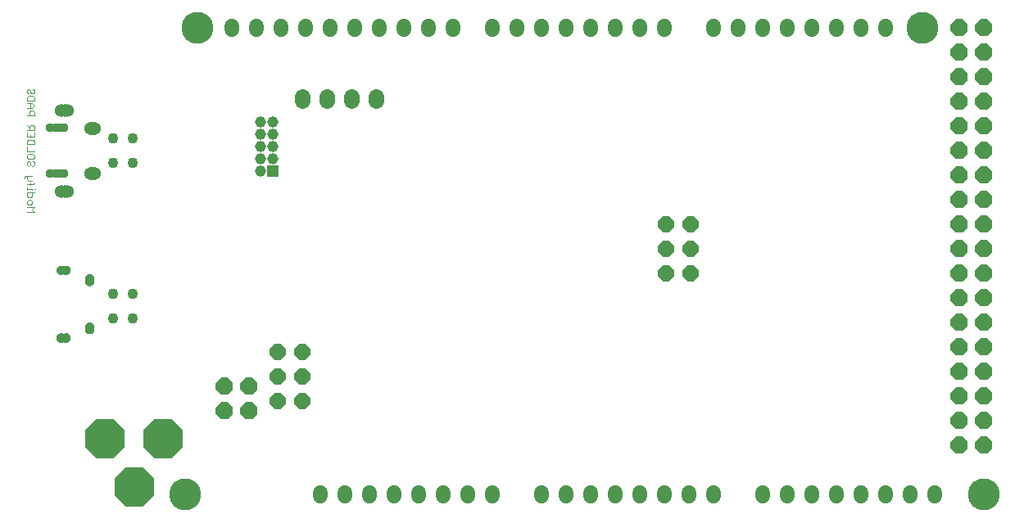
<source format=gbs>
G04 EAGLE Gerber RS-274X export*
G75*
%MOMM*%
%FSLAX34Y34*%
%LPD*%
%INBottom Solder Mask*%
%IPPOS*%
%AMOC8*
5,1,8,0,0,1.08239X$1,22.5*%
G01*
%ADD10C,3.301600*%
%ADD11P,1.787675X8X292.500000*%
%ADD12C,1.524000*%
%ADD13P,4.439531X8X202.500000*%
%ADD14P,4.439531X8X112.500000*%
%ADD15C,2.051600*%
%ADD16P,1.924489X8X292.500000*%
%ADD17C,1.358800*%
%ADD18C,1.371600*%
%ADD19C,0.076200*%
%ADD20C,0.951600*%
%ADD21P,1.787675X8X112.500000*%
%ADD22P,1.924489X8X202.500000*%
%ADD23R,1.158800X1.158800*%
%ADD24C,1.158800*%
%ADD25C,0.475000*%
%ADD26C,1.601600*%
%ADD27C,1.101600*%


D10*
X965200Y25400D03*
X152400Y508000D03*
X901700Y508000D03*
X139700Y25400D03*
D11*
X636270Y304800D03*
X661670Y304800D03*
X636270Y279400D03*
X661670Y279400D03*
X636270Y254000D03*
X661670Y254000D03*
D12*
X635000Y506222D02*
X635000Y509778D01*
X609600Y509778D02*
X609600Y506222D01*
X584200Y506222D02*
X584200Y509778D01*
X558800Y509778D02*
X558800Y506222D01*
X533400Y506222D02*
X533400Y509778D01*
X508000Y509778D02*
X508000Y506222D01*
X482600Y506222D02*
X482600Y509778D01*
X457200Y509778D02*
X457200Y506222D01*
X416560Y506222D02*
X416560Y509778D01*
X391160Y509778D02*
X391160Y506222D01*
X365760Y506222D02*
X365760Y509778D01*
X340360Y509778D02*
X340360Y506222D01*
X314960Y506222D02*
X314960Y509778D01*
X289560Y509778D02*
X289560Y506222D01*
X264160Y506222D02*
X264160Y509778D01*
X238760Y509778D02*
X238760Y506222D01*
X213360Y506222D02*
X213360Y509778D01*
X187960Y509778D02*
X187960Y506222D01*
D13*
X86868Y33020D03*
D14*
X116840Y83058D03*
X56896Y83058D03*
D15*
X94488Y33020D03*
X79248Y33020D03*
X56896Y75438D03*
X56896Y90678D03*
X116840Y75438D03*
X116840Y90678D03*
D12*
X279400Y27178D02*
X279400Y23622D01*
X304800Y23622D02*
X304800Y27178D01*
X330200Y27178D02*
X330200Y23622D01*
X355600Y23622D02*
X355600Y27178D01*
X381000Y27178D02*
X381000Y23622D01*
X406400Y23622D02*
X406400Y27178D01*
X431800Y27178D02*
X431800Y23622D01*
X457200Y23622D02*
X457200Y27178D01*
X508000Y27178D02*
X508000Y23622D01*
X533400Y23622D02*
X533400Y27178D01*
X558800Y27178D02*
X558800Y23622D01*
X584200Y23622D02*
X584200Y27178D01*
X609600Y27178D02*
X609600Y23622D01*
X635000Y23622D02*
X635000Y27178D01*
X660400Y27178D02*
X660400Y23622D01*
X685800Y23622D02*
X685800Y27178D01*
X685800Y506222D02*
X685800Y509778D01*
X711200Y509778D02*
X711200Y506222D01*
X736600Y506222D02*
X736600Y509778D01*
X762000Y509778D02*
X762000Y506222D01*
X787400Y506222D02*
X787400Y509778D01*
X812800Y509778D02*
X812800Y506222D01*
X838200Y506222D02*
X838200Y509778D01*
X863600Y509778D02*
X863600Y506222D01*
X736600Y27178D02*
X736600Y23622D01*
X762000Y23622D02*
X762000Y27178D01*
X787400Y27178D02*
X787400Y23622D01*
X812800Y23622D02*
X812800Y27178D01*
X838200Y27178D02*
X838200Y23622D01*
X863600Y23622D02*
X863600Y27178D01*
X889000Y27178D02*
X889000Y23622D01*
X914400Y23622D02*
X914400Y27178D01*
D16*
X939800Y508000D03*
X965200Y508000D03*
X939800Y482600D03*
X965200Y482600D03*
X939800Y457200D03*
X965200Y457200D03*
X939800Y431800D03*
X965200Y431800D03*
X939800Y406400D03*
X965200Y406400D03*
X939800Y381000D03*
X965200Y381000D03*
X939800Y355600D03*
X965200Y355600D03*
X939800Y330200D03*
X965200Y330200D03*
X939800Y304800D03*
X965200Y304800D03*
X939800Y279400D03*
X965200Y279400D03*
X939800Y254000D03*
X965200Y254000D03*
X939800Y228600D03*
X965200Y228600D03*
X939800Y203200D03*
X965200Y203200D03*
X939800Y177800D03*
X965200Y177800D03*
X939800Y152400D03*
X965200Y152400D03*
X939800Y127000D03*
X965200Y127000D03*
X939800Y101600D03*
X965200Y101600D03*
X939800Y76200D03*
X965200Y76200D03*
D17*
X17526Y422750D03*
X14732Y422750D03*
X11938Y422750D03*
X17526Y339250D03*
X14732Y339250D03*
X11938Y339250D03*
D18*
X45470Y404500D03*
X42470Y404500D03*
X45470Y357500D03*
X42470Y357500D03*
D19*
X-16377Y317881D02*
X-23749Y317881D01*
X-18834Y320338D02*
X-16377Y317881D01*
X-18834Y320338D02*
X-16377Y322796D01*
X-23749Y322796D01*
X-23749Y326594D02*
X-23749Y329051D01*
X-22520Y330280D01*
X-20063Y330280D01*
X-18834Y329051D01*
X-18834Y326594D01*
X-20063Y325365D01*
X-22520Y325365D01*
X-23749Y326594D01*
X-23749Y337764D02*
X-16377Y337764D01*
X-23749Y337764D02*
X-23749Y334078D01*
X-22520Y332849D01*
X-20063Y332849D01*
X-18834Y334078D01*
X-18834Y337764D01*
X-18834Y340333D02*
X-18834Y341562D01*
X-23749Y341562D01*
X-23749Y340333D02*
X-23749Y342791D01*
X-16377Y341562D02*
X-15148Y341562D01*
X-17605Y346552D02*
X-23749Y346552D01*
X-17605Y346552D02*
X-16377Y347780D01*
X-20063Y347780D02*
X-20063Y345323D01*
X-18834Y350312D02*
X-22520Y350312D01*
X-23749Y351541D01*
X-23749Y355227D01*
X-24978Y355227D02*
X-18834Y355227D01*
X-24978Y355227D02*
X-26206Y353998D01*
X-26206Y352770D01*
X-16377Y368967D02*
X-17605Y370196D01*
X-16377Y368967D02*
X-16377Y366509D01*
X-17605Y365281D01*
X-18834Y365281D01*
X-20063Y366509D01*
X-20063Y368967D01*
X-21292Y370196D01*
X-22520Y370196D01*
X-23749Y368967D01*
X-23749Y366509D01*
X-22520Y365281D01*
X-16377Y373994D02*
X-16377Y376451D01*
X-16377Y373994D02*
X-17605Y372765D01*
X-22520Y372765D01*
X-23749Y373994D01*
X-23749Y376451D01*
X-22520Y377680D01*
X-17605Y377680D01*
X-16377Y376451D01*
X-16377Y380249D02*
X-23749Y380249D01*
X-23749Y385164D01*
X-23749Y387733D02*
X-16377Y387733D01*
X-23749Y387733D02*
X-23749Y391419D01*
X-22520Y392648D01*
X-17605Y392648D01*
X-16377Y391419D01*
X-16377Y387733D01*
X-16377Y395217D02*
X-16377Y400132D01*
X-16377Y395217D02*
X-23749Y395217D01*
X-23749Y400132D01*
X-20063Y397675D02*
X-20063Y395217D01*
X-23749Y402701D02*
X-16377Y402701D01*
X-16377Y406388D01*
X-17605Y407616D01*
X-20063Y407616D01*
X-21292Y406388D01*
X-21292Y402701D01*
X-21292Y405159D02*
X-23749Y407616D01*
X-23749Y417670D02*
X-16377Y417670D01*
X-16377Y421356D01*
X-17605Y422585D01*
X-20063Y422585D01*
X-21292Y421356D01*
X-21292Y417670D01*
X-23749Y425154D02*
X-18834Y425154D01*
X-16377Y427611D01*
X-18834Y430069D01*
X-23749Y430069D01*
X-20063Y430069D02*
X-20063Y425154D01*
X-16377Y432638D02*
X-23749Y432638D01*
X-23749Y436324D01*
X-22520Y437553D01*
X-17605Y437553D01*
X-16377Y436324D01*
X-16377Y432638D01*
X-16377Y443808D02*
X-17605Y445037D01*
X-16377Y443808D02*
X-16377Y441351D01*
X-17605Y440122D01*
X-18834Y440122D01*
X-20063Y441351D01*
X-20063Y443808D01*
X-21292Y445037D01*
X-22520Y445037D01*
X-23749Y443808D01*
X-23749Y441351D01*
X-22520Y440122D01*
D20*
X13970Y404750D03*
X13970Y357250D03*
X-30Y404750D03*
X-30Y357250D03*
X9970Y404750D03*
X9970Y357250D03*
X5970Y357250D03*
X5970Y404750D03*
D21*
X260588Y121920D03*
X235188Y121920D03*
X260588Y147320D03*
X235188Y147320D03*
X260588Y172720D03*
X235188Y172720D03*
D22*
X205756Y137668D03*
X205756Y112268D03*
X180356Y137668D03*
X180356Y112268D03*
D23*
X229870Y359664D03*
D24*
X217170Y359664D03*
X229870Y372364D03*
X217170Y372364D03*
X229870Y385064D03*
X217170Y385064D03*
X229870Y397764D03*
X217170Y397764D03*
X229870Y410464D03*
X217170Y410464D03*
D25*
X38519Y248412D02*
X38521Y248509D01*
X38527Y248606D01*
X38537Y248702D01*
X38551Y248798D01*
X38568Y248893D01*
X38590Y248988D01*
X38615Y249081D01*
X38644Y249174D01*
X38677Y249265D01*
X38714Y249354D01*
X38754Y249442D01*
X38798Y249529D01*
X38845Y249613D01*
X38896Y249696D01*
X38950Y249776D01*
X39007Y249855D01*
X39068Y249930D01*
X39131Y250004D01*
X39198Y250074D01*
X39267Y250142D01*
X39339Y250207D01*
X39413Y250269D01*
X39490Y250328D01*
X39569Y250383D01*
X39651Y250436D01*
X39735Y250485D01*
X39820Y250530D01*
X39907Y250572D01*
X39996Y250611D01*
X40087Y250646D01*
X40179Y250677D01*
X40272Y250704D01*
X40366Y250727D01*
X40460Y250747D01*
X40556Y250763D01*
X40652Y250775D01*
X40749Y250783D01*
X40846Y250787D01*
X40942Y250787D01*
X41039Y250783D01*
X41136Y250775D01*
X41232Y250763D01*
X41328Y250747D01*
X41422Y250727D01*
X41516Y250704D01*
X41609Y250677D01*
X41701Y250646D01*
X41792Y250611D01*
X41881Y250572D01*
X41968Y250530D01*
X42053Y250485D01*
X42137Y250436D01*
X42219Y250383D01*
X42298Y250328D01*
X42375Y250269D01*
X42449Y250207D01*
X42521Y250142D01*
X42590Y250074D01*
X42657Y250004D01*
X42720Y249930D01*
X42781Y249855D01*
X42838Y249776D01*
X42892Y249696D01*
X42943Y249613D01*
X42990Y249529D01*
X43034Y249442D01*
X43074Y249354D01*
X43111Y249265D01*
X43144Y249174D01*
X43173Y249081D01*
X43198Y248988D01*
X43220Y248893D01*
X43237Y248798D01*
X43251Y248702D01*
X43261Y248606D01*
X43267Y248509D01*
X43269Y248412D01*
X43267Y248315D01*
X43261Y248218D01*
X43251Y248122D01*
X43237Y248026D01*
X43220Y247931D01*
X43198Y247836D01*
X43173Y247743D01*
X43144Y247650D01*
X43111Y247559D01*
X43074Y247470D01*
X43034Y247382D01*
X42990Y247295D01*
X42943Y247211D01*
X42892Y247128D01*
X42838Y247048D01*
X42781Y246969D01*
X42720Y246894D01*
X42657Y246820D01*
X42590Y246750D01*
X42521Y246682D01*
X42449Y246617D01*
X42375Y246555D01*
X42298Y246496D01*
X42219Y246441D01*
X42137Y246388D01*
X42053Y246339D01*
X41968Y246294D01*
X41881Y246252D01*
X41792Y246213D01*
X41701Y246178D01*
X41609Y246147D01*
X41516Y246120D01*
X41422Y246097D01*
X41328Y246077D01*
X41232Y246061D01*
X41136Y246049D01*
X41039Y246041D01*
X40942Y246037D01*
X40846Y246037D01*
X40749Y246041D01*
X40652Y246049D01*
X40556Y246061D01*
X40460Y246077D01*
X40366Y246097D01*
X40272Y246120D01*
X40179Y246147D01*
X40087Y246178D01*
X39996Y246213D01*
X39907Y246252D01*
X39820Y246294D01*
X39735Y246339D01*
X39651Y246388D01*
X39569Y246441D01*
X39490Y246496D01*
X39413Y246555D01*
X39339Y246617D01*
X39267Y246682D01*
X39198Y246750D01*
X39131Y246820D01*
X39068Y246894D01*
X39007Y246969D01*
X38950Y247048D01*
X38896Y247128D01*
X38845Y247211D01*
X38798Y247295D01*
X38754Y247382D01*
X38714Y247470D01*
X38677Y247559D01*
X38644Y247650D01*
X38615Y247743D01*
X38590Y247836D01*
X38568Y247931D01*
X38551Y248026D01*
X38537Y248122D01*
X38527Y248218D01*
X38521Y248315D01*
X38519Y248412D01*
X38519Y245872D02*
X38521Y245969D01*
X38527Y246066D01*
X38537Y246162D01*
X38551Y246258D01*
X38568Y246353D01*
X38590Y246448D01*
X38615Y246541D01*
X38644Y246634D01*
X38677Y246725D01*
X38714Y246814D01*
X38754Y246902D01*
X38798Y246989D01*
X38845Y247073D01*
X38896Y247156D01*
X38950Y247236D01*
X39007Y247315D01*
X39068Y247390D01*
X39131Y247464D01*
X39198Y247534D01*
X39267Y247602D01*
X39339Y247667D01*
X39413Y247729D01*
X39490Y247788D01*
X39569Y247843D01*
X39651Y247896D01*
X39735Y247945D01*
X39820Y247990D01*
X39907Y248032D01*
X39996Y248071D01*
X40087Y248106D01*
X40179Y248137D01*
X40272Y248164D01*
X40366Y248187D01*
X40460Y248207D01*
X40556Y248223D01*
X40652Y248235D01*
X40749Y248243D01*
X40846Y248247D01*
X40942Y248247D01*
X41039Y248243D01*
X41136Y248235D01*
X41232Y248223D01*
X41328Y248207D01*
X41422Y248187D01*
X41516Y248164D01*
X41609Y248137D01*
X41701Y248106D01*
X41792Y248071D01*
X41881Y248032D01*
X41968Y247990D01*
X42053Y247945D01*
X42137Y247896D01*
X42219Y247843D01*
X42298Y247788D01*
X42375Y247729D01*
X42449Y247667D01*
X42521Y247602D01*
X42590Y247534D01*
X42657Y247464D01*
X42720Y247390D01*
X42781Y247315D01*
X42838Y247236D01*
X42892Y247156D01*
X42943Y247073D01*
X42990Y246989D01*
X43034Y246902D01*
X43074Y246814D01*
X43111Y246725D01*
X43144Y246634D01*
X43173Y246541D01*
X43198Y246448D01*
X43220Y246353D01*
X43237Y246258D01*
X43251Y246162D01*
X43261Y246066D01*
X43267Y245969D01*
X43269Y245872D01*
X43267Y245775D01*
X43261Y245678D01*
X43251Y245582D01*
X43237Y245486D01*
X43220Y245391D01*
X43198Y245296D01*
X43173Y245203D01*
X43144Y245110D01*
X43111Y245019D01*
X43074Y244930D01*
X43034Y244842D01*
X42990Y244755D01*
X42943Y244671D01*
X42892Y244588D01*
X42838Y244508D01*
X42781Y244429D01*
X42720Y244354D01*
X42657Y244280D01*
X42590Y244210D01*
X42521Y244142D01*
X42449Y244077D01*
X42375Y244015D01*
X42298Y243956D01*
X42219Y243901D01*
X42137Y243848D01*
X42053Y243799D01*
X41968Y243754D01*
X41881Y243712D01*
X41792Y243673D01*
X41701Y243638D01*
X41609Y243607D01*
X41516Y243580D01*
X41422Y243557D01*
X41328Y243537D01*
X41232Y243521D01*
X41136Y243509D01*
X41039Y243501D01*
X40942Y243497D01*
X40846Y243497D01*
X40749Y243501D01*
X40652Y243509D01*
X40556Y243521D01*
X40460Y243537D01*
X40366Y243557D01*
X40272Y243580D01*
X40179Y243607D01*
X40087Y243638D01*
X39996Y243673D01*
X39907Y243712D01*
X39820Y243754D01*
X39735Y243799D01*
X39651Y243848D01*
X39569Y243901D01*
X39490Y243956D01*
X39413Y244015D01*
X39339Y244077D01*
X39267Y244142D01*
X39198Y244210D01*
X39131Y244280D01*
X39068Y244354D01*
X39007Y244429D01*
X38950Y244508D01*
X38896Y244588D01*
X38845Y244671D01*
X38798Y244755D01*
X38754Y244842D01*
X38714Y244930D01*
X38677Y245019D01*
X38644Y245110D01*
X38615Y245203D01*
X38590Y245296D01*
X38568Y245391D01*
X38551Y245486D01*
X38537Y245582D01*
X38527Y245678D01*
X38521Y245775D01*
X38519Y245872D01*
X38519Y198628D02*
X38521Y198725D01*
X38527Y198822D01*
X38537Y198918D01*
X38551Y199014D01*
X38568Y199109D01*
X38590Y199204D01*
X38615Y199297D01*
X38644Y199390D01*
X38677Y199481D01*
X38714Y199570D01*
X38754Y199658D01*
X38798Y199745D01*
X38845Y199829D01*
X38896Y199912D01*
X38950Y199992D01*
X39007Y200071D01*
X39068Y200146D01*
X39131Y200220D01*
X39198Y200290D01*
X39267Y200358D01*
X39339Y200423D01*
X39413Y200485D01*
X39490Y200544D01*
X39569Y200599D01*
X39651Y200652D01*
X39735Y200701D01*
X39820Y200746D01*
X39907Y200788D01*
X39996Y200827D01*
X40087Y200862D01*
X40179Y200893D01*
X40272Y200920D01*
X40366Y200943D01*
X40460Y200963D01*
X40556Y200979D01*
X40652Y200991D01*
X40749Y200999D01*
X40846Y201003D01*
X40942Y201003D01*
X41039Y200999D01*
X41136Y200991D01*
X41232Y200979D01*
X41328Y200963D01*
X41422Y200943D01*
X41516Y200920D01*
X41609Y200893D01*
X41701Y200862D01*
X41792Y200827D01*
X41881Y200788D01*
X41968Y200746D01*
X42053Y200701D01*
X42137Y200652D01*
X42219Y200599D01*
X42298Y200544D01*
X42375Y200485D01*
X42449Y200423D01*
X42521Y200358D01*
X42590Y200290D01*
X42657Y200220D01*
X42720Y200146D01*
X42781Y200071D01*
X42838Y199992D01*
X42892Y199912D01*
X42943Y199829D01*
X42990Y199745D01*
X43034Y199658D01*
X43074Y199570D01*
X43111Y199481D01*
X43144Y199390D01*
X43173Y199297D01*
X43198Y199204D01*
X43220Y199109D01*
X43237Y199014D01*
X43251Y198918D01*
X43261Y198822D01*
X43267Y198725D01*
X43269Y198628D01*
X43267Y198531D01*
X43261Y198434D01*
X43251Y198338D01*
X43237Y198242D01*
X43220Y198147D01*
X43198Y198052D01*
X43173Y197959D01*
X43144Y197866D01*
X43111Y197775D01*
X43074Y197686D01*
X43034Y197598D01*
X42990Y197511D01*
X42943Y197427D01*
X42892Y197344D01*
X42838Y197264D01*
X42781Y197185D01*
X42720Y197110D01*
X42657Y197036D01*
X42590Y196966D01*
X42521Y196898D01*
X42449Y196833D01*
X42375Y196771D01*
X42298Y196712D01*
X42219Y196657D01*
X42137Y196604D01*
X42053Y196555D01*
X41968Y196510D01*
X41881Y196468D01*
X41792Y196429D01*
X41701Y196394D01*
X41609Y196363D01*
X41516Y196336D01*
X41422Y196313D01*
X41328Y196293D01*
X41232Y196277D01*
X41136Y196265D01*
X41039Y196257D01*
X40942Y196253D01*
X40846Y196253D01*
X40749Y196257D01*
X40652Y196265D01*
X40556Y196277D01*
X40460Y196293D01*
X40366Y196313D01*
X40272Y196336D01*
X40179Y196363D01*
X40087Y196394D01*
X39996Y196429D01*
X39907Y196468D01*
X39820Y196510D01*
X39735Y196555D01*
X39651Y196604D01*
X39569Y196657D01*
X39490Y196712D01*
X39413Y196771D01*
X39339Y196833D01*
X39267Y196898D01*
X39198Y196966D01*
X39131Y197036D01*
X39068Y197110D01*
X39007Y197185D01*
X38950Y197264D01*
X38896Y197344D01*
X38845Y197427D01*
X38798Y197511D01*
X38754Y197598D01*
X38714Y197686D01*
X38677Y197775D01*
X38644Y197866D01*
X38615Y197959D01*
X38590Y198052D01*
X38568Y198147D01*
X38551Y198242D01*
X38537Y198338D01*
X38527Y198434D01*
X38521Y198531D01*
X38519Y198628D01*
X38519Y196088D02*
X38521Y196185D01*
X38527Y196282D01*
X38537Y196378D01*
X38551Y196474D01*
X38568Y196569D01*
X38590Y196664D01*
X38615Y196757D01*
X38644Y196850D01*
X38677Y196941D01*
X38714Y197030D01*
X38754Y197118D01*
X38798Y197205D01*
X38845Y197289D01*
X38896Y197372D01*
X38950Y197452D01*
X39007Y197531D01*
X39068Y197606D01*
X39131Y197680D01*
X39198Y197750D01*
X39267Y197818D01*
X39339Y197883D01*
X39413Y197945D01*
X39490Y198004D01*
X39569Y198059D01*
X39651Y198112D01*
X39735Y198161D01*
X39820Y198206D01*
X39907Y198248D01*
X39996Y198287D01*
X40087Y198322D01*
X40179Y198353D01*
X40272Y198380D01*
X40366Y198403D01*
X40460Y198423D01*
X40556Y198439D01*
X40652Y198451D01*
X40749Y198459D01*
X40846Y198463D01*
X40942Y198463D01*
X41039Y198459D01*
X41136Y198451D01*
X41232Y198439D01*
X41328Y198423D01*
X41422Y198403D01*
X41516Y198380D01*
X41609Y198353D01*
X41701Y198322D01*
X41792Y198287D01*
X41881Y198248D01*
X41968Y198206D01*
X42053Y198161D01*
X42137Y198112D01*
X42219Y198059D01*
X42298Y198004D01*
X42375Y197945D01*
X42449Y197883D01*
X42521Y197818D01*
X42590Y197750D01*
X42657Y197680D01*
X42720Y197606D01*
X42781Y197531D01*
X42838Y197452D01*
X42892Y197372D01*
X42943Y197289D01*
X42990Y197205D01*
X43034Y197118D01*
X43074Y197030D01*
X43111Y196941D01*
X43144Y196850D01*
X43173Y196757D01*
X43198Y196664D01*
X43220Y196569D01*
X43237Y196474D01*
X43251Y196378D01*
X43261Y196282D01*
X43267Y196185D01*
X43269Y196088D01*
X43267Y195991D01*
X43261Y195894D01*
X43251Y195798D01*
X43237Y195702D01*
X43220Y195607D01*
X43198Y195512D01*
X43173Y195419D01*
X43144Y195326D01*
X43111Y195235D01*
X43074Y195146D01*
X43034Y195058D01*
X42990Y194971D01*
X42943Y194887D01*
X42892Y194804D01*
X42838Y194724D01*
X42781Y194645D01*
X42720Y194570D01*
X42657Y194496D01*
X42590Y194426D01*
X42521Y194358D01*
X42449Y194293D01*
X42375Y194231D01*
X42298Y194172D01*
X42219Y194117D01*
X42137Y194064D01*
X42053Y194015D01*
X41968Y193970D01*
X41881Y193928D01*
X41792Y193889D01*
X41701Y193854D01*
X41609Y193823D01*
X41516Y193796D01*
X41422Y193773D01*
X41328Y193753D01*
X41232Y193737D01*
X41136Y193725D01*
X41039Y193717D01*
X40942Y193713D01*
X40846Y193713D01*
X40749Y193717D01*
X40652Y193725D01*
X40556Y193737D01*
X40460Y193753D01*
X40366Y193773D01*
X40272Y193796D01*
X40179Y193823D01*
X40087Y193854D01*
X39996Y193889D01*
X39907Y193928D01*
X39820Y193970D01*
X39735Y194015D01*
X39651Y194064D01*
X39569Y194117D01*
X39490Y194172D01*
X39413Y194231D01*
X39339Y194293D01*
X39267Y194358D01*
X39198Y194426D01*
X39131Y194496D01*
X39068Y194570D01*
X39007Y194645D01*
X38950Y194724D01*
X38896Y194804D01*
X38845Y194887D01*
X38798Y194971D01*
X38754Y195058D01*
X38714Y195146D01*
X38677Y195235D01*
X38644Y195326D01*
X38615Y195419D01*
X38590Y195512D01*
X38568Y195607D01*
X38551Y195702D01*
X38537Y195798D01*
X38527Y195894D01*
X38521Y195991D01*
X38519Y196088D01*
X9055Y257302D02*
X9057Y257399D01*
X9063Y257496D01*
X9073Y257592D01*
X9087Y257688D01*
X9104Y257783D01*
X9126Y257878D01*
X9151Y257971D01*
X9180Y258064D01*
X9213Y258155D01*
X9250Y258244D01*
X9290Y258332D01*
X9334Y258419D01*
X9381Y258503D01*
X9432Y258586D01*
X9486Y258666D01*
X9543Y258745D01*
X9604Y258820D01*
X9667Y258894D01*
X9734Y258964D01*
X9803Y259032D01*
X9875Y259097D01*
X9949Y259159D01*
X10026Y259218D01*
X10105Y259273D01*
X10187Y259326D01*
X10271Y259375D01*
X10356Y259420D01*
X10443Y259462D01*
X10532Y259501D01*
X10623Y259536D01*
X10715Y259567D01*
X10808Y259594D01*
X10902Y259617D01*
X10996Y259637D01*
X11092Y259653D01*
X11188Y259665D01*
X11285Y259673D01*
X11382Y259677D01*
X11478Y259677D01*
X11575Y259673D01*
X11672Y259665D01*
X11768Y259653D01*
X11864Y259637D01*
X11958Y259617D01*
X12052Y259594D01*
X12145Y259567D01*
X12237Y259536D01*
X12328Y259501D01*
X12417Y259462D01*
X12504Y259420D01*
X12589Y259375D01*
X12673Y259326D01*
X12755Y259273D01*
X12834Y259218D01*
X12911Y259159D01*
X12985Y259097D01*
X13057Y259032D01*
X13126Y258964D01*
X13193Y258894D01*
X13256Y258820D01*
X13317Y258745D01*
X13374Y258666D01*
X13428Y258586D01*
X13479Y258503D01*
X13526Y258419D01*
X13570Y258332D01*
X13610Y258244D01*
X13647Y258155D01*
X13680Y258064D01*
X13709Y257971D01*
X13734Y257878D01*
X13756Y257783D01*
X13773Y257688D01*
X13787Y257592D01*
X13797Y257496D01*
X13803Y257399D01*
X13805Y257302D01*
X13803Y257205D01*
X13797Y257108D01*
X13787Y257012D01*
X13773Y256916D01*
X13756Y256821D01*
X13734Y256726D01*
X13709Y256633D01*
X13680Y256540D01*
X13647Y256449D01*
X13610Y256360D01*
X13570Y256272D01*
X13526Y256185D01*
X13479Y256101D01*
X13428Y256018D01*
X13374Y255938D01*
X13317Y255859D01*
X13256Y255784D01*
X13193Y255710D01*
X13126Y255640D01*
X13057Y255572D01*
X12985Y255507D01*
X12911Y255445D01*
X12834Y255386D01*
X12755Y255331D01*
X12673Y255278D01*
X12589Y255229D01*
X12504Y255184D01*
X12417Y255142D01*
X12328Y255103D01*
X12237Y255068D01*
X12145Y255037D01*
X12052Y255010D01*
X11958Y254987D01*
X11864Y254967D01*
X11768Y254951D01*
X11672Y254939D01*
X11575Y254931D01*
X11478Y254927D01*
X11382Y254927D01*
X11285Y254931D01*
X11188Y254939D01*
X11092Y254951D01*
X10996Y254967D01*
X10902Y254987D01*
X10808Y255010D01*
X10715Y255037D01*
X10623Y255068D01*
X10532Y255103D01*
X10443Y255142D01*
X10356Y255184D01*
X10271Y255229D01*
X10187Y255278D01*
X10105Y255331D01*
X10026Y255386D01*
X9949Y255445D01*
X9875Y255507D01*
X9803Y255572D01*
X9734Y255640D01*
X9667Y255710D01*
X9604Y255784D01*
X9543Y255859D01*
X9486Y255938D01*
X9432Y256018D01*
X9381Y256101D01*
X9334Y256185D01*
X9290Y256272D01*
X9250Y256360D01*
X9213Y256449D01*
X9180Y256540D01*
X9151Y256633D01*
X9126Y256726D01*
X9104Y256821D01*
X9087Y256916D01*
X9073Y257012D01*
X9063Y257108D01*
X9057Y257205D01*
X9055Y257302D01*
X14135Y257302D02*
X14137Y257399D01*
X14143Y257496D01*
X14153Y257592D01*
X14167Y257688D01*
X14184Y257783D01*
X14206Y257878D01*
X14231Y257971D01*
X14260Y258064D01*
X14293Y258155D01*
X14330Y258244D01*
X14370Y258332D01*
X14414Y258419D01*
X14461Y258503D01*
X14512Y258586D01*
X14566Y258666D01*
X14623Y258745D01*
X14684Y258820D01*
X14747Y258894D01*
X14814Y258964D01*
X14883Y259032D01*
X14955Y259097D01*
X15029Y259159D01*
X15106Y259218D01*
X15185Y259273D01*
X15267Y259326D01*
X15351Y259375D01*
X15436Y259420D01*
X15523Y259462D01*
X15612Y259501D01*
X15703Y259536D01*
X15795Y259567D01*
X15888Y259594D01*
X15982Y259617D01*
X16076Y259637D01*
X16172Y259653D01*
X16268Y259665D01*
X16365Y259673D01*
X16462Y259677D01*
X16558Y259677D01*
X16655Y259673D01*
X16752Y259665D01*
X16848Y259653D01*
X16944Y259637D01*
X17038Y259617D01*
X17132Y259594D01*
X17225Y259567D01*
X17317Y259536D01*
X17408Y259501D01*
X17497Y259462D01*
X17584Y259420D01*
X17669Y259375D01*
X17753Y259326D01*
X17835Y259273D01*
X17914Y259218D01*
X17991Y259159D01*
X18065Y259097D01*
X18137Y259032D01*
X18206Y258964D01*
X18273Y258894D01*
X18336Y258820D01*
X18397Y258745D01*
X18454Y258666D01*
X18508Y258586D01*
X18559Y258503D01*
X18606Y258419D01*
X18650Y258332D01*
X18690Y258244D01*
X18727Y258155D01*
X18760Y258064D01*
X18789Y257971D01*
X18814Y257878D01*
X18836Y257783D01*
X18853Y257688D01*
X18867Y257592D01*
X18877Y257496D01*
X18883Y257399D01*
X18885Y257302D01*
X18883Y257205D01*
X18877Y257108D01*
X18867Y257012D01*
X18853Y256916D01*
X18836Y256821D01*
X18814Y256726D01*
X18789Y256633D01*
X18760Y256540D01*
X18727Y256449D01*
X18690Y256360D01*
X18650Y256272D01*
X18606Y256185D01*
X18559Y256101D01*
X18508Y256018D01*
X18454Y255938D01*
X18397Y255859D01*
X18336Y255784D01*
X18273Y255710D01*
X18206Y255640D01*
X18137Y255572D01*
X18065Y255507D01*
X17991Y255445D01*
X17914Y255386D01*
X17835Y255331D01*
X17753Y255278D01*
X17669Y255229D01*
X17584Y255184D01*
X17497Y255142D01*
X17408Y255103D01*
X17317Y255068D01*
X17225Y255037D01*
X17132Y255010D01*
X17038Y254987D01*
X16944Y254967D01*
X16848Y254951D01*
X16752Y254939D01*
X16655Y254931D01*
X16558Y254927D01*
X16462Y254927D01*
X16365Y254931D01*
X16268Y254939D01*
X16172Y254951D01*
X16076Y254967D01*
X15982Y254987D01*
X15888Y255010D01*
X15795Y255037D01*
X15703Y255068D01*
X15612Y255103D01*
X15523Y255142D01*
X15436Y255184D01*
X15351Y255229D01*
X15267Y255278D01*
X15185Y255331D01*
X15106Y255386D01*
X15029Y255445D01*
X14955Y255507D01*
X14883Y255572D01*
X14814Y255640D01*
X14747Y255710D01*
X14684Y255784D01*
X14623Y255859D01*
X14566Y255938D01*
X14512Y256018D01*
X14461Y256101D01*
X14414Y256185D01*
X14370Y256272D01*
X14330Y256360D01*
X14293Y256449D01*
X14260Y256540D01*
X14231Y256633D01*
X14206Y256726D01*
X14184Y256821D01*
X14167Y256916D01*
X14153Y257012D01*
X14143Y257108D01*
X14137Y257205D01*
X14135Y257302D01*
X9055Y187198D02*
X9057Y187295D01*
X9063Y187392D01*
X9073Y187488D01*
X9087Y187584D01*
X9104Y187679D01*
X9126Y187774D01*
X9151Y187867D01*
X9180Y187960D01*
X9213Y188051D01*
X9250Y188140D01*
X9290Y188228D01*
X9334Y188315D01*
X9381Y188399D01*
X9432Y188482D01*
X9486Y188562D01*
X9543Y188641D01*
X9604Y188716D01*
X9667Y188790D01*
X9734Y188860D01*
X9803Y188928D01*
X9875Y188993D01*
X9949Y189055D01*
X10026Y189114D01*
X10105Y189169D01*
X10187Y189222D01*
X10271Y189271D01*
X10356Y189316D01*
X10443Y189358D01*
X10532Y189397D01*
X10623Y189432D01*
X10715Y189463D01*
X10808Y189490D01*
X10902Y189513D01*
X10996Y189533D01*
X11092Y189549D01*
X11188Y189561D01*
X11285Y189569D01*
X11382Y189573D01*
X11478Y189573D01*
X11575Y189569D01*
X11672Y189561D01*
X11768Y189549D01*
X11864Y189533D01*
X11958Y189513D01*
X12052Y189490D01*
X12145Y189463D01*
X12237Y189432D01*
X12328Y189397D01*
X12417Y189358D01*
X12504Y189316D01*
X12589Y189271D01*
X12673Y189222D01*
X12755Y189169D01*
X12834Y189114D01*
X12911Y189055D01*
X12985Y188993D01*
X13057Y188928D01*
X13126Y188860D01*
X13193Y188790D01*
X13256Y188716D01*
X13317Y188641D01*
X13374Y188562D01*
X13428Y188482D01*
X13479Y188399D01*
X13526Y188315D01*
X13570Y188228D01*
X13610Y188140D01*
X13647Y188051D01*
X13680Y187960D01*
X13709Y187867D01*
X13734Y187774D01*
X13756Y187679D01*
X13773Y187584D01*
X13787Y187488D01*
X13797Y187392D01*
X13803Y187295D01*
X13805Y187198D01*
X13803Y187101D01*
X13797Y187004D01*
X13787Y186908D01*
X13773Y186812D01*
X13756Y186717D01*
X13734Y186622D01*
X13709Y186529D01*
X13680Y186436D01*
X13647Y186345D01*
X13610Y186256D01*
X13570Y186168D01*
X13526Y186081D01*
X13479Y185997D01*
X13428Y185914D01*
X13374Y185834D01*
X13317Y185755D01*
X13256Y185680D01*
X13193Y185606D01*
X13126Y185536D01*
X13057Y185468D01*
X12985Y185403D01*
X12911Y185341D01*
X12834Y185282D01*
X12755Y185227D01*
X12673Y185174D01*
X12589Y185125D01*
X12504Y185080D01*
X12417Y185038D01*
X12328Y184999D01*
X12237Y184964D01*
X12145Y184933D01*
X12052Y184906D01*
X11958Y184883D01*
X11864Y184863D01*
X11768Y184847D01*
X11672Y184835D01*
X11575Y184827D01*
X11478Y184823D01*
X11382Y184823D01*
X11285Y184827D01*
X11188Y184835D01*
X11092Y184847D01*
X10996Y184863D01*
X10902Y184883D01*
X10808Y184906D01*
X10715Y184933D01*
X10623Y184964D01*
X10532Y184999D01*
X10443Y185038D01*
X10356Y185080D01*
X10271Y185125D01*
X10187Y185174D01*
X10105Y185227D01*
X10026Y185282D01*
X9949Y185341D01*
X9875Y185403D01*
X9803Y185468D01*
X9734Y185536D01*
X9667Y185606D01*
X9604Y185680D01*
X9543Y185755D01*
X9486Y185834D01*
X9432Y185914D01*
X9381Y185997D01*
X9334Y186081D01*
X9290Y186168D01*
X9250Y186256D01*
X9213Y186345D01*
X9180Y186436D01*
X9151Y186529D01*
X9126Y186622D01*
X9104Y186717D01*
X9087Y186812D01*
X9073Y186908D01*
X9063Y187004D01*
X9057Y187101D01*
X9055Y187198D01*
X14135Y187198D02*
X14137Y187295D01*
X14143Y187392D01*
X14153Y187488D01*
X14167Y187584D01*
X14184Y187679D01*
X14206Y187774D01*
X14231Y187867D01*
X14260Y187960D01*
X14293Y188051D01*
X14330Y188140D01*
X14370Y188228D01*
X14414Y188315D01*
X14461Y188399D01*
X14512Y188482D01*
X14566Y188562D01*
X14623Y188641D01*
X14684Y188716D01*
X14747Y188790D01*
X14814Y188860D01*
X14883Y188928D01*
X14955Y188993D01*
X15029Y189055D01*
X15106Y189114D01*
X15185Y189169D01*
X15267Y189222D01*
X15351Y189271D01*
X15436Y189316D01*
X15523Y189358D01*
X15612Y189397D01*
X15703Y189432D01*
X15795Y189463D01*
X15888Y189490D01*
X15982Y189513D01*
X16076Y189533D01*
X16172Y189549D01*
X16268Y189561D01*
X16365Y189569D01*
X16462Y189573D01*
X16558Y189573D01*
X16655Y189569D01*
X16752Y189561D01*
X16848Y189549D01*
X16944Y189533D01*
X17038Y189513D01*
X17132Y189490D01*
X17225Y189463D01*
X17317Y189432D01*
X17408Y189397D01*
X17497Y189358D01*
X17584Y189316D01*
X17669Y189271D01*
X17753Y189222D01*
X17835Y189169D01*
X17914Y189114D01*
X17991Y189055D01*
X18065Y188993D01*
X18137Y188928D01*
X18206Y188860D01*
X18273Y188790D01*
X18336Y188716D01*
X18397Y188641D01*
X18454Y188562D01*
X18508Y188482D01*
X18559Y188399D01*
X18606Y188315D01*
X18650Y188228D01*
X18690Y188140D01*
X18727Y188051D01*
X18760Y187960D01*
X18789Y187867D01*
X18814Y187774D01*
X18836Y187679D01*
X18853Y187584D01*
X18867Y187488D01*
X18877Y187392D01*
X18883Y187295D01*
X18885Y187198D01*
X18883Y187101D01*
X18877Y187004D01*
X18867Y186908D01*
X18853Y186812D01*
X18836Y186717D01*
X18814Y186622D01*
X18789Y186529D01*
X18760Y186436D01*
X18727Y186345D01*
X18690Y186256D01*
X18650Y186168D01*
X18606Y186081D01*
X18559Y185997D01*
X18508Y185914D01*
X18454Y185834D01*
X18397Y185755D01*
X18336Y185680D01*
X18273Y185606D01*
X18206Y185536D01*
X18137Y185468D01*
X18065Y185403D01*
X17991Y185341D01*
X17914Y185282D01*
X17835Y185227D01*
X17753Y185174D01*
X17669Y185125D01*
X17584Y185080D01*
X17497Y185038D01*
X17408Y184999D01*
X17317Y184964D01*
X17225Y184933D01*
X17132Y184906D01*
X17038Y184883D01*
X16944Y184863D01*
X16848Y184847D01*
X16752Y184835D01*
X16655Y184827D01*
X16558Y184823D01*
X16462Y184823D01*
X16365Y184827D01*
X16268Y184835D01*
X16172Y184847D01*
X16076Y184863D01*
X15982Y184883D01*
X15888Y184906D01*
X15795Y184933D01*
X15703Y184964D01*
X15612Y184999D01*
X15523Y185038D01*
X15436Y185080D01*
X15351Y185125D01*
X15267Y185174D01*
X15185Y185227D01*
X15106Y185282D01*
X15029Y185341D01*
X14955Y185403D01*
X14883Y185468D01*
X14814Y185536D01*
X14747Y185606D01*
X14684Y185680D01*
X14623Y185755D01*
X14566Y185834D01*
X14512Y185914D01*
X14461Y185997D01*
X14414Y186081D01*
X14370Y186168D01*
X14330Y186256D01*
X14293Y186345D01*
X14260Y186436D01*
X14231Y186529D01*
X14206Y186622D01*
X14184Y186717D01*
X14167Y186812D01*
X14153Y186908D01*
X14143Y187004D01*
X14137Y187101D01*
X14135Y187198D01*
D26*
X336550Y432973D02*
X336550Y436723D01*
X311150Y436723D02*
X311150Y432973D01*
X285750Y432973D02*
X285750Y436723D01*
X260350Y436723D02*
X260350Y432973D01*
D27*
X65000Y393700D03*
X85290Y368300D03*
X85290Y393700D03*
X65000Y368300D03*
X85290Y207264D03*
X65000Y207264D03*
X65000Y232664D03*
X85290Y232664D03*
M02*

</source>
